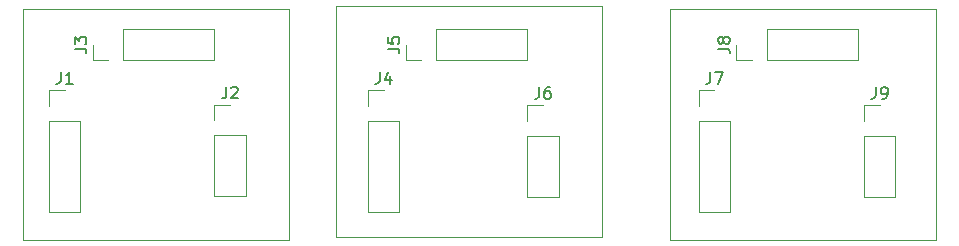
<source format=gbr>
%TF.GenerationSoftware,KiCad,Pcbnew,9.0.0*%
%TF.CreationDate,2025-05-15T14:35:58+07:00*%
%TF.ProjectId,PCB AS5600,50434220-4153-4353-9630-302e6b696361,rev?*%
%TF.SameCoordinates,Original*%
%TF.FileFunction,Legend,Top*%
%TF.FilePolarity,Positive*%
%FSLAX46Y46*%
G04 Gerber Fmt 4.6, Leading zero omitted, Abs format (unit mm)*
G04 Created by KiCad (PCBNEW 9.0.0) date 2025-05-15 14:35:58*
%MOMM*%
%LPD*%
G01*
G04 APERTURE LIST*
%ADD10C,0.100000*%
%ADD11C,0.150000*%
%ADD12C,0.120000*%
G04 APERTURE END LIST*
D10*
X180000000Y-68250000D02*
X180000000Y-48750000D01*
X153500000Y-49000000D02*
X131000000Y-49000000D01*
X131000000Y-49000000D02*
X131000000Y-68500000D01*
X185750000Y-49000000D02*
X185750000Y-68500000D01*
X131000000Y-68500000D02*
X153500000Y-68500000D01*
X153500000Y-68500000D02*
X153500000Y-49000000D01*
X208250000Y-68500000D02*
X208250000Y-49000000D01*
X157500000Y-68250000D02*
X180000000Y-68250000D01*
X157500000Y-48750000D02*
X157500000Y-68250000D01*
X180000000Y-48750000D02*
X157500000Y-48750000D01*
X208250000Y-49000000D02*
X185750000Y-49000000D01*
X185750000Y-68500000D02*
X208250000Y-68500000D01*
D11*
X203166666Y-55584819D02*
X203166666Y-56299104D01*
X203166666Y-56299104D02*
X203119047Y-56441961D01*
X203119047Y-56441961D02*
X203023809Y-56537200D01*
X203023809Y-56537200D02*
X202880952Y-56584819D01*
X202880952Y-56584819D02*
X202785714Y-56584819D01*
X203690476Y-56584819D02*
X203880952Y-56584819D01*
X203880952Y-56584819D02*
X203976190Y-56537200D01*
X203976190Y-56537200D02*
X204023809Y-56489580D01*
X204023809Y-56489580D02*
X204119047Y-56346723D01*
X204119047Y-56346723D02*
X204166666Y-56156247D01*
X204166666Y-56156247D02*
X204166666Y-55775295D01*
X204166666Y-55775295D02*
X204119047Y-55680057D01*
X204119047Y-55680057D02*
X204071428Y-55632438D01*
X204071428Y-55632438D02*
X203976190Y-55584819D01*
X203976190Y-55584819D02*
X203785714Y-55584819D01*
X203785714Y-55584819D02*
X203690476Y-55632438D01*
X203690476Y-55632438D02*
X203642857Y-55680057D01*
X203642857Y-55680057D02*
X203595238Y-55775295D01*
X203595238Y-55775295D02*
X203595238Y-56013390D01*
X203595238Y-56013390D02*
X203642857Y-56108628D01*
X203642857Y-56108628D02*
X203690476Y-56156247D01*
X203690476Y-56156247D02*
X203785714Y-56203866D01*
X203785714Y-56203866D02*
X203976190Y-56203866D01*
X203976190Y-56203866D02*
X204071428Y-56156247D01*
X204071428Y-56156247D02*
X204119047Y-56108628D01*
X204119047Y-56108628D02*
X204166666Y-56013390D01*
X135324819Y-52333333D02*
X136039104Y-52333333D01*
X136039104Y-52333333D02*
X136181961Y-52380952D01*
X136181961Y-52380952D02*
X136277200Y-52476190D01*
X136277200Y-52476190D02*
X136324819Y-52619047D01*
X136324819Y-52619047D02*
X136324819Y-52714285D01*
X135324819Y-51952380D02*
X135324819Y-51333333D01*
X135324819Y-51333333D02*
X135705771Y-51666666D01*
X135705771Y-51666666D02*
X135705771Y-51523809D01*
X135705771Y-51523809D02*
X135753390Y-51428571D01*
X135753390Y-51428571D02*
X135801009Y-51380952D01*
X135801009Y-51380952D02*
X135896247Y-51333333D01*
X135896247Y-51333333D02*
X136134342Y-51333333D01*
X136134342Y-51333333D02*
X136229580Y-51380952D01*
X136229580Y-51380952D02*
X136277200Y-51428571D01*
X136277200Y-51428571D02*
X136324819Y-51523809D01*
X136324819Y-51523809D02*
X136324819Y-51809523D01*
X136324819Y-51809523D02*
X136277200Y-51904761D01*
X136277200Y-51904761D02*
X136229580Y-51952380D01*
X161166666Y-54324819D02*
X161166666Y-55039104D01*
X161166666Y-55039104D02*
X161119047Y-55181961D01*
X161119047Y-55181961D02*
X161023809Y-55277200D01*
X161023809Y-55277200D02*
X160880952Y-55324819D01*
X160880952Y-55324819D02*
X160785714Y-55324819D01*
X162071428Y-54658152D02*
X162071428Y-55324819D01*
X161833333Y-54277200D02*
X161595238Y-54991485D01*
X161595238Y-54991485D02*
X162214285Y-54991485D01*
X148166666Y-55544819D02*
X148166666Y-56259104D01*
X148166666Y-56259104D02*
X148119047Y-56401961D01*
X148119047Y-56401961D02*
X148023809Y-56497200D01*
X148023809Y-56497200D02*
X147880952Y-56544819D01*
X147880952Y-56544819D02*
X147785714Y-56544819D01*
X148595238Y-55640057D02*
X148642857Y-55592438D01*
X148642857Y-55592438D02*
X148738095Y-55544819D01*
X148738095Y-55544819D02*
X148976190Y-55544819D01*
X148976190Y-55544819D02*
X149071428Y-55592438D01*
X149071428Y-55592438D02*
X149119047Y-55640057D01*
X149119047Y-55640057D02*
X149166666Y-55735295D01*
X149166666Y-55735295D02*
X149166666Y-55830533D01*
X149166666Y-55830533D02*
X149119047Y-55973390D01*
X149119047Y-55973390D02*
X148547619Y-56544819D01*
X148547619Y-56544819D02*
X149166666Y-56544819D01*
X174666666Y-55584819D02*
X174666666Y-56299104D01*
X174666666Y-56299104D02*
X174619047Y-56441961D01*
X174619047Y-56441961D02*
X174523809Y-56537200D01*
X174523809Y-56537200D02*
X174380952Y-56584819D01*
X174380952Y-56584819D02*
X174285714Y-56584819D01*
X175571428Y-55584819D02*
X175380952Y-55584819D01*
X175380952Y-55584819D02*
X175285714Y-55632438D01*
X175285714Y-55632438D02*
X175238095Y-55680057D01*
X175238095Y-55680057D02*
X175142857Y-55822914D01*
X175142857Y-55822914D02*
X175095238Y-56013390D01*
X175095238Y-56013390D02*
X175095238Y-56394342D01*
X175095238Y-56394342D02*
X175142857Y-56489580D01*
X175142857Y-56489580D02*
X175190476Y-56537200D01*
X175190476Y-56537200D02*
X175285714Y-56584819D01*
X175285714Y-56584819D02*
X175476190Y-56584819D01*
X175476190Y-56584819D02*
X175571428Y-56537200D01*
X175571428Y-56537200D02*
X175619047Y-56489580D01*
X175619047Y-56489580D02*
X175666666Y-56394342D01*
X175666666Y-56394342D02*
X175666666Y-56156247D01*
X175666666Y-56156247D02*
X175619047Y-56061009D01*
X175619047Y-56061009D02*
X175571428Y-56013390D01*
X175571428Y-56013390D02*
X175476190Y-55965771D01*
X175476190Y-55965771D02*
X175285714Y-55965771D01*
X175285714Y-55965771D02*
X175190476Y-56013390D01*
X175190476Y-56013390D02*
X175142857Y-56061009D01*
X175142857Y-56061009D02*
X175095238Y-56156247D01*
X189824819Y-52333333D02*
X190539104Y-52333333D01*
X190539104Y-52333333D02*
X190681961Y-52380952D01*
X190681961Y-52380952D02*
X190777200Y-52476190D01*
X190777200Y-52476190D02*
X190824819Y-52619047D01*
X190824819Y-52619047D02*
X190824819Y-52714285D01*
X190253390Y-51714285D02*
X190205771Y-51809523D01*
X190205771Y-51809523D02*
X190158152Y-51857142D01*
X190158152Y-51857142D02*
X190062914Y-51904761D01*
X190062914Y-51904761D02*
X190015295Y-51904761D01*
X190015295Y-51904761D02*
X189920057Y-51857142D01*
X189920057Y-51857142D02*
X189872438Y-51809523D01*
X189872438Y-51809523D02*
X189824819Y-51714285D01*
X189824819Y-51714285D02*
X189824819Y-51523809D01*
X189824819Y-51523809D02*
X189872438Y-51428571D01*
X189872438Y-51428571D02*
X189920057Y-51380952D01*
X189920057Y-51380952D02*
X190015295Y-51333333D01*
X190015295Y-51333333D02*
X190062914Y-51333333D01*
X190062914Y-51333333D02*
X190158152Y-51380952D01*
X190158152Y-51380952D02*
X190205771Y-51428571D01*
X190205771Y-51428571D02*
X190253390Y-51523809D01*
X190253390Y-51523809D02*
X190253390Y-51714285D01*
X190253390Y-51714285D02*
X190301009Y-51809523D01*
X190301009Y-51809523D02*
X190348628Y-51857142D01*
X190348628Y-51857142D02*
X190443866Y-51904761D01*
X190443866Y-51904761D02*
X190634342Y-51904761D01*
X190634342Y-51904761D02*
X190729580Y-51857142D01*
X190729580Y-51857142D02*
X190777200Y-51809523D01*
X190777200Y-51809523D02*
X190824819Y-51714285D01*
X190824819Y-51714285D02*
X190824819Y-51523809D01*
X190824819Y-51523809D02*
X190777200Y-51428571D01*
X190777200Y-51428571D02*
X190729580Y-51380952D01*
X190729580Y-51380952D02*
X190634342Y-51333333D01*
X190634342Y-51333333D02*
X190443866Y-51333333D01*
X190443866Y-51333333D02*
X190348628Y-51380952D01*
X190348628Y-51380952D02*
X190301009Y-51428571D01*
X190301009Y-51428571D02*
X190253390Y-51523809D01*
X134166666Y-54324819D02*
X134166666Y-55039104D01*
X134166666Y-55039104D02*
X134119047Y-55181961D01*
X134119047Y-55181961D02*
X134023809Y-55277200D01*
X134023809Y-55277200D02*
X133880952Y-55324819D01*
X133880952Y-55324819D02*
X133785714Y-55324819D01*
X135166666Y-55324819D02*
X134595238Y-55324819D01*
X134880952Y-55324819D02*
X134880952Y-54324819D01*
X134880952Y-54324819D02*
X134785714Y-54467676D01*
X134785714Y-54467676D02*
X134690476Y-54562914D01*
X134690476Y-54562914D02*
X134595238Y-54610533D01*
X189166666Y-54324819D02*
X189166666Y-55039104D01*
X189166666Y-55039104D02*
X189119047Y-55181961D01*
X189119047Y-55181961D02*
X189023809Y-55277200D01*
X189023809Y-55277200D02*
X188880952Y-55324819D01*
X188880952Y-55324819D02*
X188785714Y-55324819D01*
X189547619Y-54324819D02*
X190214285Y-54324819D01*
X190214285Y-54324819D02*
X189785714Y-55324819D01*
X161824819Y-52333333D02*
X162539104Y-52333333D01*
X162539104Y-52333333D02*
X162681961Y-52380952D01*
X162681961Y-52380952D02*
X162777200Y-52476190D01*
X162777200Y-52476190D02*
X162824819Y-52619047D01*
X162824819Y-52619047D02*
X162824819Y-52714285D01*
X161824819Y-51380952D02*
X161824819Y-51857142D01*
X161824819Y-51857142D02*
X162301009Y-51904761D01*
X162301009Y-51904761D02*
X162253390Y-51857142D01*
X162253390Y-51857142D02*
X162205771Y-51761904D01*
X162205771Y-51761904D02*
X162205771Y-51523809D01*
X162205771Y-51523809D02*
X162253390Y-51428571D01*
X162253390Y-51428571D02*
X162301009Y-51380952D01*
X162301009Y-51380952D02*
X162396247Y-51333333D01*
X162396247Y-51333333D02*
X162634342Y-51333333D01*
X162634342Y-51333333D02*
X162729580Y-51380952D01*
X162729580Y-51380952D02*
X162777200Y-51428571D01*
X162777200Y-51428571D02*
X162824819Y-51523809D01*
X162824819Y-51523809D02*
X162824819Y-51761904D01*
X162824819Y-51761904D02*
X162777200Y-51857142D01*
X162777200Y-51857142D02*
X162729580Y-51904761D01*
D12*
%TO.C,J9*%
X202170000Y-57130000D02*
X203500000Y-57130000D01*
X202170000Y-58460000D02*
X202170000Y-57130000D01*
X202170000Y-59730000D02*
X202170000Y-64870000D01*
X202170000Y-59730000D02*
X204830000Y-59730000D01*
X202170000Y-64870000D02*
X204830000Y-64870000D01*
X204830000Y-59730000D02*
X204830000Y-64870000D01*
%TO.C,J3*%
X136870000Y-53330000D02*
X136870000Y-52000000D01*
X138200000Y-53330000D02*
X136870000Y-53330000D01*
X139470000Y-50670000D02*
X147150000Y-50670000D01*
X139470000Y-53330000D02*
X139470000Y-50670000D01*
X139470000Y-53330000D02*
X147150000Y-53330000D01*
X147150000Y-53330000D02*
X147150000Y-50670000D01*
%TO.C,J4*%
X160170000Y-55870000D02*
X161500000Y-55870000D01*
X160170000Y-57200000D02*
X160170000Y-55870000D01*
X160170000Y-58470000D02*
X160170000Y-66150000D01*
X160170000Y-58470000D02*
X162830000Y-58470000D01*
X160170000Y-66150000D02*
X162830000Y-66150000D01*
X162830000Y-58470000D02*
X162830000Y-66150000D01*
%TO.C,J2*%
X147170000Y-57090000D02*
X148500000Y-57090000D01*
X147170000Y-58420000D02*
X147170000Y-57090000D01*
X147170000Y-59690000D02*
X147170000Y-64830000D01*
X147170000Y-59690000D02*
X149830000Y-59690000D01*
X147170000Y-64830000D02*
X149830000Y-64830000D01*
X149830000Y-59690000D02*
X149830000Y-64830000D01*
%TO.C,J6*%
X173670000Y-57130000D02*
X175000000Y-57130000D01*
X173670000Y-58460000D02*
X173670000Y-57130000D01*
X173670000Y-59730000D02*
X173670000Y-64870000D01*
X173670000Y-59730000D02*
X176330000Y-59730000D01*
X173670000Y-64870000D02*
X176330000Y-64870000D01*
X176330000Y-59730000D02*
X176330000Y-64870000D01*
%TO.C,J8*%
X191370000Y-53330000D02*
X191370000Y-52000000D01*
X192700000Y-53330000D02*
X191370000Y-53330000D01*
X193970000Y-50670000D02*
X201650000Y-50670000D01*
X193970000Y-53330000D02*
X193970000Y-50670000D01*
X193970000Y-53330000D02*
X201650000Y-53330000D01*
X201650000Y-53330000D02*
X201650000Y-50670000D01*
%TO.C,J1*%
X133170000Y-55870000D02*
X134500000Y-55870000D01*
X133170000Y-57200000D02*
X133170000Y-55870000D01*
X133170000Y-58470000D02*
X133170000Y-66150000D01*
X133170000Y-58470000D02*
X135830000Y-58470000D01*
X133170000Y-66150000D02*
X135830000Y-66150000D01*
X135830000Y-58470000D02*
X135830000Y-66150000D01*
%TO.C,J7*%
X188170000Y-55870000D02*
X189500000Y-55870000D01*
X188170000Y-57200000D02*
X188170000Y-55870000D01*
X188170000Y-58470000D02*
X188170000Y-66150000D01*
X188170000Y-58470000D02*
X190830000Y-58470000D01*
X188170000Y-66150000D02*
X190830000Y-66150000D01*
X190830000Y-58470000D02*
X190830000Y-66150000D01*
%TO.C,J5*%
X163370000Y-53330000D02*
X163370000Y-52000000D01*
X164700000Y-53330000D02*
X163370000Y-53330000D01*
X165970000Y-50670000D02*
X173650000Y-50670000D01*
X165970000Y-53330000D02*
X165970000Y-50670000D01*
X165970000Y-53330000D02*
X173650000Y-53330000D01*
X173650000Y-53330000D02*
X173650000Y-50670000D01*
%TD*%
M02*

</source>
